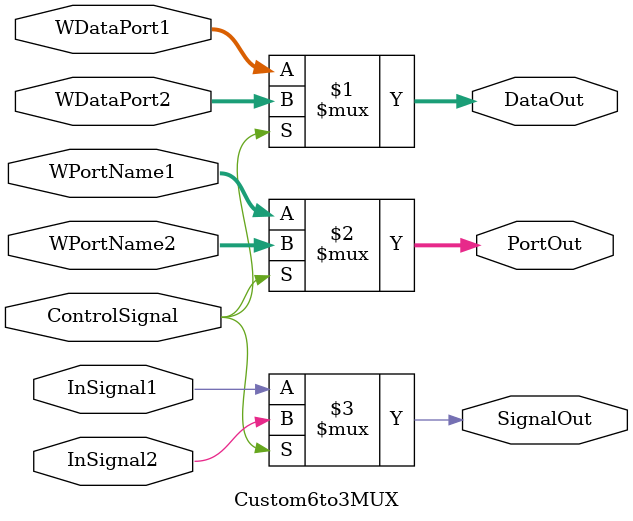
<source format=v>
module Custom6to3MUX(
    input [15:0] WDataPort1,
    input [15:0] WDataPort2,
    input [3:0] WPortName1,
    input [3:0] WPortName2,
    input InSignal1,
    input InSignal2,
    input ControlSignal,

    output [15:0] DataOut,
    output [3:0] PortOut,
    output SignalOut

);


assign DataOut = ControlSignal ? WDataPort2 : WDataPort1;
assign PortOut = ControlSignal ? WPortName2 : WPortName1;
assign SignalOut = ControlSignal ? InSignal2 : InSignal1;


endmodule
</source>
